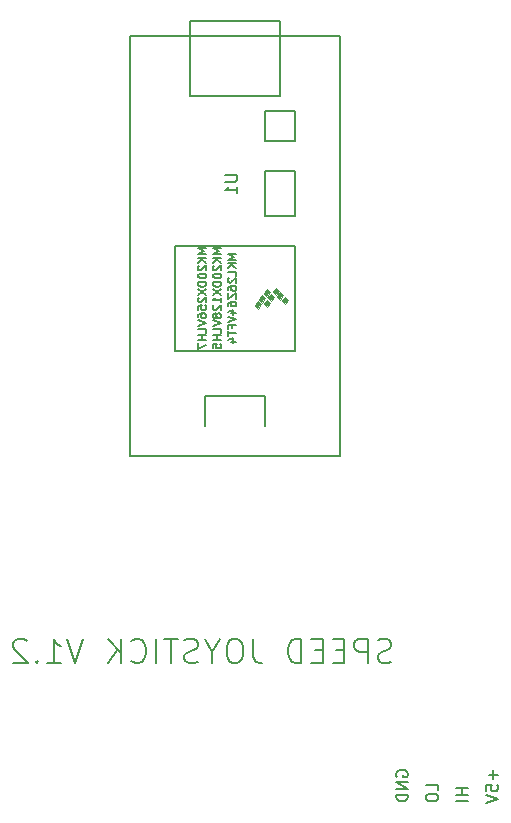
<source format=gbr>
G04 #@! TF.GenerationSoftware,KiCad,Pcbnew,7.0.2-0*
G04 #@! TF.CreationDate,2023-06-19T12:30:15-04:00*
G04 #@! TF.ProjectId,speed_joystick,73706565-645f-46a6-9f79-737469636b2e,rev?*
G04 #@! TF.SameCoordinates,Original*
G04 #@! TF.FileFunction,Legend,Bot*
G04 #@! TF.FilePolarity,Positive*
%FSLAX46Y46*%
G04 Gerber Fmt 4.6, Leading zero omitted, Abs format (unit mm)*
G04 Created by KiCad (PCBNEW 7.0.2-0) date 2023-06-19 12:30:15*
%MOMM*%
%LPD*%
G01*
G04 APERTURE LIST*
%ADD10C,0.150000*%
%ADD11C,0.200000*%
%ADD12C,0.100000*%
G04 APERTURE END LIST*
D10*
X-42667380Y-39608095D02*
X-43667380Y-39608095D01*
X-43191190Y-39608095D02*
X-43191190Y-40179523D01*
X-42667380Y-40179523D02*
X-43667380Y-40179523D01*
X-42667380Y-40655714D02*
X-43667380Y-40655714D01*
X-45207380Y-39750951D02*
X-45207380Y-39274761D01*
X-45207380Y-39274761D02*
X-46207380Y-39274761D01*
X-46207380Y-40274761D02*
X-46207380Y-40465237D01*
X-46207380Y-40465237D02*
X-46159761Y-40560475D01*
X-46159761Y-40560475D02*
X-46064523Y-40655713D01*
X-46064523Y-40655713D02*
X-45874047Y-40703332D01*
X-45874047Y-40703332D02*
X-45540714Y-40703332D01*
X-45540714Y-40703332D02*
X-45350238Y-40655713D01*
X-45350238Y-40655713D02*
X-45255000Y-40560475D01*
X-45255000Y-40560475D02*
X-45207380Y-40465237D01*
X-45207380Y-40465237D02*
X-45207380Y-40274761D01*
X-45207380Y-40274761D02*
X-45255000Y-40179523D01*
X-45255000Y-40179523D02*
X-45350238Y-40084285D01*
X-45350238Y-40084285D02*
X-45540714Y-40036666D01*
X-45540714Y-40036666D02*
X-45874047Y-40036666D01*
X-45874047Y-40036666D02*
X-46064523Y-40084285D01*
X-46064523Y-40084285D02*
X-46159761Y-40179523D01*
X-46159761Y-40179523D02*
X-46207380Y-40274761D01*
X-40508333Y-38084285D02*
X-40508333Y-38846190D01*
X-40127380Y-38465237D02*
X-40889285Y-38465237D01*
X-41127380Y-39798570D02*
X-41127380Y-39322380D01*
X-41127380Y-39322380D02*
X-40651190Y-39274761D01*
X-40651190Y-39274761D02*
X-40698809Y-39322380D01*
X-40698809Y-39322380D02*
X-40746428Y-39417618D01*
X-40746428Y-39417618D02*
X-40746428Y-39655713D01*
X-40746428Y-39655713D02*
X-40698809Y-39750951D01*
X-40698809Y-39750951D02*
X-40651190Y-39798570D01*
X-40651190Y-39798570D02*
X-40555952Y-39846189D01*
X-40555952Y-39846189D02*
X-40317857Y-39846189D01*
X-40317857Y-39846189D02*
X-40222619Y-39798570D01*
X-40222619Y-39798570D02*
X-40175000Y-39750951D01*
X-40175000Y-39750951D02*
X-40127380Y-39655713D01*
X-40127380Y-39655713D02*
X-40127380Y-39417618D01*
X-40127380Y-39417618D02*
X-40175000Y-39322380D01*
X-40175000Y-39322380D02*
X-40222619Y-39274761D01*
X-41127380Y-40131904D02*
X-40127380Y-40465237D01*
X-40127380Y-40465237D02*
X-41127380Y-40798570D01*
D11*
X-49148952Y-28870000D02*
X-49434666Y-28965238D01*
X-49434666Y-28965238D02*
X-49910857Y-28965238D01*
X-49910857Y-28965238D02*
X-50101333Y-28870000D01*
X-50101333Y-28870000D02*
X-50196571Y-28774761D01*
X-50196571Y-28774761D02*
X-50291809Y-28584285D01*
X-50291809Y-28584285D02*
X-50291809Y-28393809D01*
X-50291809Y-28393809D02*
X-50196571Y-28203333D01*
X-50196571Y-28203333D02*
X-50101333Y-28108095D01*
X-50101333Y-28108095D02*
X-49910857Y-28012857D01*
X-49910857Y-28012857D02*
X-49529904Y-27917619D01*
X-49529904Y-27917619D02*
X-49339428Y-27822380D01*
X-49339428Y-27822380D02*
X-49244190Y-27727142D01*
X-49244190Y-27727142D02*
X-49148952Y-27536666D01*
X-49148952Y-27536666D02*
X-49148952Y-27346190D01*
X-49148952Y-27346190D02*
X-49244190Y-27155714D01*
X-49244190Y-27155714D02*
X-49339428Y-27060476D01*
X-49339428Y-27060476D02*
X-49529904Y-26965238D01*
X-49529904Y-26965238D02*
X-50006095Y-26965238D01*
X-50006095Y-26965238D02*
X-50291809Y-27060476D01*
X-51148952Y-28965238D02*
X-51148952Y-26965238D01*
X-51148952Y-26965238D02*
X-51910857Y-26965238D01*
X-51910857Y-26965238D02*
X-52101333Y-27060476D01*
X-52101333Y-27060476D02*
X-52196571Y-27155714D01*
X-52196571Y-27155714D02*
X-52291809Y-27346190D01*
X-52291809Y-27346190D02*
X-52291809Y-27631904D01*
X-52291809Y-27631904D02*
X-52196571Y-27822380D01*
X-52196571Y-27822380D02*
X-52101333Y-27917619D01*
X-52101333Y-27917619D02*
X-51910857Y-28012857D01*
X-51910857Y-28012857D02*
X-51148952Y-28012857D01*
X-53148952Y-27917619D02*
X-53815619Y-27917619D01*
X-54101333Y-28965238D02*
X-53148952Y-28965238D01*
X-53148952Y-28965238D02*
X-53148952Y-26965238D01*
X-53148952Y-26965238D02*
X-54101333Y-26965238D01*
X-54958476Y-27917619D02*
X-55625143Y-27917619D01*
X-55910857Y-28965238D02*
X-54958476Y-28965238D01*
X-54958476Y-28965238D02*
X-54958476Y-26965238D01*
X-54958476Y-26965238D02*
X-55910857Y-26965238D01*
X-56768000Y-28965238D02*
X-56768000Y-26965238D01*
X-56768000Y-26965238D02*
X-57244190Y-26965238D01*
X-57244190Y-26965238D02*
X-57529905Y-27060476D01*
X-57529905Y-27060476D02*
X-57720381Y-27250952D01*
X-57720381Y-27250952D02*
X-57815619Y-27441428D01*
X-57815619Y-27441428D02*
X-57910857Y-27822380D01*
X-57910857Y-27822380D02*
X-57910857Y-28108095D01*
X-57910857Y-28108095D02*
X-57815619Y-28489047D01*
X-57815619Y-28489047D02*
X-57720381Y-28679523D01*
X-57720381Y-28679523D02*
X-57529905Y-28870000D01*
X-57529905Y-28870000D02*
X-57244190Y-28965238D01*
X-57244190Y-28965238D02*
X-56768000Y-28965238D01*
X-60863239Y-26965238D02*
X-60863239Y-28393809D01*
X-60863239Y-28393809D02*
X-60768000Y-28679523D01*
X-60768000Y-28679523D02*
X-60577524Y-28870000D01*
X-60577524Y-28870000D02*
X-60291810Y-28965238D01*
X-60291810Y-28965238D02*
X-60101334Y-28965238D01*
X-62196572Y-26965238D02*
X-62577525Y-26965238D01*
X-62577525Y-26965238D02*
X-62768001Y-27060476D01*
X-62768001Y-27060476D02*
X-62958477Y-27250952D01*
X-62958477Y-27250952D02*
X-63053715Y-27631904D01*
X-63053715Y-27631904D02*
X-63053715Y-28298571D01*
X-63053715Y-28298571D02*
X-62958477Y-28679523D01*
X-62958477Y-28679523D02*
X-62768001Y-28870000D01*
X-62768001Y-28870000D02*
X-62577525Y-28965238D01*
X-62577525Y-28965238D02*
X-62196572Y-28965238D01*
X-62196572Y-28965238D02*
X-62006096Y-28870000D01*
X-62006096Y-28870000D02*
X-61815620Y-28679523D01*
X-61815620Y-28679523D02*
X-61720382Y-28298571D01*
X-61720382Y-28298571D02*
X-61720382Y-27631904D01*
X-61720382Y-27631904D02*
X-61815620Y-27250952D01*
X-61815620Y-27250952D02*
X-62006096Y-27060476D01*
X-62006096Y-27060476D02*
X-62196572Y-26965238D01*
X-64291810Y-28012857D02*
X-64291810Y-28965238D01*
X-63625144Y-26965238D02*
X-64291810Y-28012857D01*
X-64291810Y-28012857D02*
X-64958477Y-26965238D01*
X-65529906Y-28870000D02*
X-65815620Y-28965238D01*
X-65815620Y-28965238D02*
X-66291811Y-28965238D01*
X-66291811Y-28965238D02*
X-66482287Y-28870000D01*
X-66482287Y-28870000D02*
X-66577525Y-28774761D01*
X-66577525Y-28774761D02*
X-66672763Y-28584285D01*
X-66672763Y-28584285D02*
X-66672763Y-28393809D01*
X-66672763Y-28393809D02*
X-66577525Y-28203333D01*
X-66577525Y-28203333D02*
X-66482287Y-28108095D01*
X-66482287Y-28108095D02*
X-66291811Y-28012857D01*
X-66291811Y-28012857D02*
X-65910858Y-27917619D01*
X-65910858Y-27917619D02*
X-65720382Y-27822380D01*
X-65720382Y-27822380D02*
X-65625144Y-27727142D01*
X-65625144Y-27727142D02*
X-65529906Y-27536666D01*
X-65529906Y-27536666D02*
X-65529906Y-27346190D01*
X-65529906Y-27346190D02*
X-65625144Y-27155714D01*
X-65625144Y-27155714D02*
X-65720382Y-27060476D01*
X-65720382Y-27060476D02*
X-65910858Y-26965238D01*
X-65910858Y-26965238D02*
X-66387049Y-26965238D01*
X-66387049Y-26965238D02*
X-66672763Y-27060476D01*
X-67244192Y-26965238D02*
X-68387049Y-26965238D01*
X-67815620Y-28965238D02*
X-67815620Y-26965238D01*
X-69053716Y-28965238D02*
X-69053716Y-26965238D01*
X-71148954Y-28774761D02*
X-71053716Y-28870000D01*
X-71053716Y-28870000D02*
X-70768002Y-28965238D01*
X-70768002Y-28965238D02*
X-70577526Y-28965238D01*
X-70577526Y-28965238D02*
X-70291811Y-28870000D01*
X-70291811Y-28870000D02*
X-70101335Y-28679523D01*
X-70101335Y-28679523D02*
X-70006097Y-28489047D01*
X-70006097Y-28489047D02*
X-69910859Y-28108095D01*
X-69910859Y-28108095D02*
X-69910859Y-27822380D01*
X-69910859Y-27822380D02*
X-70006097Y-27441428D01*
X-70006097Y-27441428D02*
X-70101335Y-27250952D01*
X-70101335Y-27250952D02*
X-70291811Y-27060476D01*
X-70291811Y-27060476D02*
X-70577526Y-26965238D01*
X-70577526Y-26965238D02*
X-70768002Y-26965238D01*
X-70768002Y-26965238D02*
X-71053716Y-27060476D01*
X-71053716Y-27060476D02*
X-71148954Y-27155714D01*
X-72006097Y-28965238D02*
X-72006097Y-26965238D01*
X-73148954Y-28965238D02*
X-72291811Y-27822380D01*
X-73148954Y-26965238D02*
X-72006097Y-28108095D01*
X-75244193Y-26965238D02*
X-75910859Y-28965238D01*
X-75910859Y-28965238D02*
X-76577526Y-26965238D01*
X-78291812Y-28965238D02*
X-77148955Y-28965238D01*
X-77720383Y-28965238D02*
X-77720383Y-26965238D01*
X-77720383Y-26965238D02*
X-77529907Y-27250952D01*
X-77529907Y-27250952D02*
X-77339431Y-27441428D01*
X-77339431Y-27441428D02*
X-77148955Y-27536666D01*
X-79148955Y-28774761D02*
X-79244193Y-28870000D01*
X-79244193Y-28870000D02*
X-79148955Y-28965238D01*
X-79148955Y-28965238D02*
X-79053717Y-28870000D01*
X-79053717Y-28870000D02*
X-79148955Y-28774761D01*
X-79148955Y-28774761D02*
X-79148955Y-28965238D01*
X-80006098Y-27155714D02*
X-80101336Y-27060476D01*
X-80101336Y-27060476D02*
X-80291812Y-26965238D01*
X-80291812Y-26965238D02*
X-80768003Y-26965238D01*
X-80768003Y-26965238D02*
X-80958479Y-27060476D01*
X-80958479Y-27060476D02*
X-81053717Y-27155714D01*
X-81053717Y-27155714D02*
X-81148955Y-27346190D01*
X-81148955Y-27346190D02*
X-81148955Y-27536666D01*
X-81148955Y-27536666D02*
X-81053717Y-27822380D01*
X-81053717Y-27822380D02*
X-79910860Y-28965238D01*
X-79910860Y-28965238D02*
X-81148955Y-28965238D01*
D10*
X-48699761Y-38608094D02*
X-48747380Y-38512856D01*
X-48747380Y-38512856D02*
X-48747380Y-38369999D01*
X-48747380Y-38369999D02*
X-48699761Y-38227142D01*
X-48699761Y-38227142D02*
X-48604523Y-38131904D01*
X-48604523Y-38131904D02*
X-48509285Y-38084285D01*
X-48509285Y-38084285D02*
X-48318809Y-38036666D01*
X-48318809Y-38036666D02*
X-48175952Y-38036666D01*
X-48175952Y-38036666D02*
X-47985476Y-38084285D01*
X-47985476Y-38084285D02*
X-47890238Y-38131904D01*
X-47890238Y-38131904D02*
X-47795000Y-38227142D01*
X-47795000Y-38227142D02*
X-47747380Y-38369999D01*
X-47747380Y-38369999D02*
X-47747380Y-38465237D01*
X-47747380Y-38465237D02*
X-47795000Y-38608094D01*
X-47795000Y-38608094D02*
X-47842619Y-38655713D01*
X-47842619Y-38655713D02*
X-48175952Y-38655713D01*
X-48175952Y-38655713D02*
X-48175952Y-38465237D01*
X-47747380Y-39084285D02*
X-48747380Y-39084285D01*
X-48747380Y-39084285D02*
X-47747380Y-39655713D01*
X-47747380Y-39655713D02*
X-48747380Y-39655713D01*
X-47747380Y-40131904D02*
X-48747380Y-40131904D01*
X-48747380Y-40131904D02*
X-48747380Y-40369999D01*
X-48747380Y-40369999D02*
X-48699761Y-40512856D01*
X-48699761Y-40512856D02*
X-48604523Y-40608094D01*
X-48604523Y-40608094D02*
X-48509285Y-40655713D01*
X-48509285Y-40655713D02*
X-48318809Y-40703332D01*
X-48318809Y-40703332D02*
X-48175952Y-40703332D01*
X-48175952Y-40703332D02*
X-47985476Y-40655713D01*
X-47985476Y-40655713D02*
X-47890238Y-40608094D01*
X-47890238Y-40608094D02*
X-47795000Y-40512856D01*
X-47795000Y-40512856D02*
X-47747380Y-40369999D01*
X-47747380Y-40369999D02*
X-47747380Y-40131904D01*
X-63192180Y12344304D02*
X-62382657Y12344304D01*
X-62382657Y12344304D02*
X-62287419Y12296685D01*
X-62287419Y12296685D02*
X-62239800Y12249066D01*
X-62239800Y12249066D02*
X-62192180Y12153828D01*
X-62192180Y12153828D02*
X-62192180Y11963352D01*
X-62192180Y11963352D02*
X-62239800Y11868114D01*
X-62239800Y11868114D02*
X-62287419Y11820495D01*
X-62287419Y11820495D02*
X-62382657Y11772876D01*
X-62382657Y11772876D02*
X-63192180Y11772876D01*
X-62192180Y10772876D02*
X-62192180Y11344304D01*
X-62192180Y11058590D02*
X-63192180Y11058590D01*
X-63192180Y11058590D02*
X-63049323Y11153828D01*
X-63049323Y11153828D02*
X-62954085Y11249066D01*
X-62954085Y11249066D02*
X-62906466Y11344304D01*
X-62280166Y5638334D02*
X-62980166Y5638334D01*
X-62980166Y5638334D02*
X-62480166Y5405001D01*
X-62480166Y5405001D02*
X-62980166Y5171667D01*
X-62980166Y5171667D02*
X-62280166Y5171667D01*
X-62280166Y4838334D02*
X-62980166Y4838334D01*
X-62280166Y4438334D02*
X-62680166Y4738334D01*
X-62980166Y4438334D02*
X-62580166Y4838334D01*
X-62280166Y3805001D02*
X-62280166Y4138334D01*
X-62280166Y4138334D02*
X-62980166Y4138334D01*
X-62913500Y3605000D02*
X-62946833Y3571667D01*
X-62946833Y3571667D02*
X-62980166Y3505000D01*
X-62980166Y3505000D02*
X-62980166Y3338334D01*
X-62980166Y3338334D02*
X-62946833Y3271667D01*
X-62946833Y3271667D02*
X-62913500Y3238334D01*
X-62913500Y3238334D02*
X-62846833Y3205000D01*
X-62846833Y3205000D02*
X-62780166Y3205000D01*
X-62780166Y3205000D02*
X-62680166Y3238334D01*
X-62680166Y3238334D02*
X-62280166Y3638334D01*
X-62280166Y3638334D02*
X-62280166Y3205000D01*
X-62980166Y2605000D02*
X-62980166Y2738333D01*
X-62980166Y2738333D02*
X-62946833Y2805000D01*
X-62946833Y2805000D02*
X-62913500Y2838333D01*
X-62913500Y2838333D02*
X-62813500Y2905000D01*
X-62813500Y2905000D02*
X-62680166Y2938333D01*
X-62680166Y2938333D02*
X-62413500Y2938333D01*
X-62413500Y2938333D02*
X-62346833Y2905000D01*
X-62346833Y2905000D02*
X-62313500Y2871667D01*
X-62313500Y2871667D02*
X-62280166Y2805000D01*
X-62280166Y2805000D02*
X-62280166Y2671667D01*
X-62280166Y2671667D02*
X-62313500Y2605000D01*
X-62313500Y2605000D02*
X-62346833Y2571667D01*
X-62346833Y2571667D02*
X-62413500Y2538333D01*
X-62413500Y2538333D02*
X-62580166Y2538333D01*
X-62580166Y2538333D02*
X-62646833Y2571667D01*
X-62646833Y2571667D02*
X-62680166Y2605000D01*
X-62680166Y2605000D02*
X-62713500Y2671667D01*
X-62713500Y2671667D02*
X-62713500Y2805000D01*
X-62713500Y2805000D02*
X-62680166Y2871667D01*
X-62680166Y2871667D02*
X-62646833Y2905000D01*
X-62646833Y2905000D02*
X-62580166Y2938333D01*
X-62980166Y2305000D02*
X-62980166Y1838333D01*
X-62980166Y1838333D02*
X-62280166Y2305000D01*
X-62280166Y2305000D02*
X-62280166Y1838333D01*
X-62980166Y1271666D02*
X-62980166Y1404999D01*
X-62980166Y1404999D02*
X-62946833Y1471666D01*
X-62946833Y1471666D02*
X-62913500Y1504999D01*
X-62913500Y1504999D02*
X-62813500Y1571666D01*
X-62813500Y1571666D02*
X-62680166Y1604999D01*
X-62680166Y1604999D02*
X-62413500Y1604999D01*
X-62413500Y1604999D02*
X-62346833Y1571666D01*
X-62346833Y1571666D02*
X-62313500Y1538333D01*
X-62313500Y1538333D02*
X-62280166Y1471666D01*
X-62280166Y1471666D02*
X-62280166Y1338333D01*
X-62280166Y1338333D02*
X-62313500Y1271666D01*
X-62313500Y1271666D02*
X-62346833Y1238333D01*
X-62346833Y1238333D02*
X-62413500Y1204999D01*
X-62413500Y1204999D02*
X-62580166Y1204999D01*
X-62580166Y1204999D02*
X-62646833Y1238333D01*
X-62646833Y1238333D02*
X-62680166Y1271666D01*
X-62680166Y1271666D02*
X-62713500Y1338333D01*
X-62713500Y1338333D02*
X-62713500Y1471666D01*
X-62713500Y1471666D02*
X-62680166Y1538333D01*
X-62680166Y1538333D02*
X-62646833Y1571666D01*
X-62646833Y1571666D02*
X-62580166Y1604999D01*
X-62746833Y604999D02*
X-62280166Y604999D01*
X-63013500Y771666D02*
X-62513500Y938332D01*
X-62513500Y938332D02*
X-62513500Y504999D01*
X-62980166Y338332D02*
X-62280166Y104999D01*
X-62280166Y104999D02*
X-62980166Y-128334D01*
X-62646833Y-595001D02*
X-62646833Y-361667D01*
X-62280166Y-361667D02*
X-62980166Y-361667D01*
X-62980166Y-361667D02*
X-62980166Y-695001D01*
X-62980166Y-861667D02*
X-62980166Y-1261667D01*
X-62280166Y-1061667D02*
X-62980166Y-1061667D01*
X-62746833Y-1795000D02*
X-62280166Y-1795000D01*
X-63013500Y-1628334D02*
X-62513500Y-1461667D01*
X-62513500Y-1461667D02*
X-62513500Y-1895000D01*
X-63550166Y6121667D02*
X-64250166Y6121667D01*
X-64250166Y6121667D02*
X-63750166Y5888334D01*
X-63750166Y5888334D02*
X-64250166Y5655000D01*
X-64250166Y5655000D02*
X-63550166Y5655000D01*
X-63550166Y5321667D02*
X-64250166Y5321667D01*
X-63550166Y4921667D02*
X-63950166Y5221667D01*
X-64250166Y4921667D02*
X-63850166Y5321667D01*
X-64183500Y4655000D02*
X-64216833Y4621667D01*
X-64216833Y4621667D02*
X-64250166Y4555000D01*
X-64250166Y4555000D02*
X-64250166Y4388334D01*
X-64250166Y4388334D02*
X-64216833Y4321667D01*
X-64216833Y4321667D02*
X-64183500Y4288334D01*
X-64183500Y4288334D02*
X-64116833Y4255000D01*
X-64116833Y4255000D02*
X-64050166Y4255000D01*
X-64050166Y4255000D02*
X-63950166Y4288334D01*
X-63950166Y4288334D02*
X-63550166Y4688334D01*
X-63550166Y4688334D02*
X-63550166Y4255000D01*
X-64250166Y3821667D02*
X-64250166Y3755000D01*
X-64250166Y3755000D02*
X-64216833Y3688333D01*
X-64216833Y3688333D02*
X-64183500Y3655000D01*
X-64183500Y3655000D02*
X-64116833Y3621667D01*
X-64116833Y3621667D02*
X-63983500Y3588333D01*
X-63983500Y3588333D02*
X-63816833Y3588333D01*
X-63816833Y3588333D02*
X-63683500Y3621667D01*
X-63683500Y3621667D02*
X-63616833Y3655000D01*
X-63616833Y3655000D02*
X-63583500Y3688333D01*
X-63583500Y3688333D02*
X-63550166Y3755000D01*
X-63550166Y3755000D02*
X-63550166Y3821667D01*
X-63550166Y3821667D02*
X-63583500Y3888333D01*
X-63583500Y3888333D02*
X-63616833Y3921667D01*
X-63616833Y3921667D02*
X-63683500Y3955000D01*
X-63683500Y3955000D02*
X-63816833Y3988333D01*
X-63816833Y3988333D02*
X-63983500Y3988333D01*
X-63983500Y3988333D02*
X-64116833Y3955000D01*
X-64116833Y3955000D02*
X-64183500Y3921667D01*
X-64183500Y3921667D02*
X-64216833Y3888333D01*
X-64216833Y3888333D02*
X-64250166Y3821667D01*
X-63550166Y3288333D02*
X-64250166Y3288333D01*
X-64250166Y3288333D02*
X-64250166Y3121666D01*
X-64250166Y3121666D02*
X-64216833Y3021666D01*
X-64216833Y3021666D02*
X-64150166Y2955000D01*
X-64150166Y2955000D02*
X-64083500Y2921666D01*
X-64083500Y2921666D02*
X-63950166Y2888333D01*
X-63950166Y2888333D02*
X-63850166Y2888333D01*
X-63850166Y2888333D02*
X-63716833Y2921666D01*
X-63716833Y2921666D02*
X-63650166Y2955000D01*
X-63650166Y2955000D02*
X-63583500Y3021666D01*
X-63583500Y3021666D02*
X-63550166Y3121666D01*
X-63550166Y3121666D02*
X-63550166Y3288333D01*
X-64250166Y2655000D02*
X-63550166Y2188333D01*
X-64250166Y2188333D02*
X-63550166Y2655000D01*
X-63550166Y1554999D02*
X-63550166Y1954999D01*
X-63550166Y1754999D02*
X-64250166Y1754999D01*
X-64250166Y1754999D02*
X-64150166Y1821666D01*
X-64150166Y1821666D02*
X-64083500Y1888333D01*
X-64083500Y1888333D02*
X-64050166Y1954999D01*
X-64183500Y1288332D02*
X-64216833Y1254999D01*
X-64216833Y1254999D02*
X-64250166Y1188332D01*
X-64250166Y1188332D02*
X-64250166Y1021666D01*
X-64250166Y1021666D02*
X-64216833Y954999D01*
X-64216833Y954999D02*
X-64183500Y921666D01*
X-64183500Y921666D02*
X-64116833Y888332D01*
X-64116833Y888332D02*
X-64050166Y888332D01*
X-64050166Y888332D02*
X-63950166Y921666D01*
X-63950166Y921666D02*
X-63550166Y1321666D01*
X-63550166Y1321666D02*
X-63550166Y888332D01*
X-63950166Y488332D02*
X-63983500Y554999D01*
X-63983500Y554999D02*
X-64016833Y588332D01*
X-64016833Y588332D02*
X-64083500Y621665D01*
X-64083500Y621665D02*
X-64116833Y621665D01*
X-64116833Y621665D02*
X-64183500Y588332D01*
X-64183500Y588332D02*
X-64216833Y554999D01*
X-64216833Y554999D02*
X-64250166Y488332D01*
X-64250166Y488332D02*
X-64250166Y354999D01*
X-64250166Y354999D02*
X-64216833Y288332D01*
X-64216833Y288332D02*
X-64183500Y254999D01*
X-64183500Y254999D02*
X-64116833Y221665D01*
X-64116833Y221665D02*
X-64083500Y221665D01*
X-64083500Y221665D02*
X-64016833Y254999D01*
X-64016833Y254999D02*
X-63983500Y288332D01*
X-63983500Y288332D02*
X-63950166Y354999D01*
X-63950166Y354999D02*
X-63950166Y488332D01*
X-63950166Y488332D02*
X-63916833Y554999D01*
X-63916833Y554999D02*
X-63883500Y588332D01*
X-63883500Y588332D02*
X-63816833Y621665D01*
X-63816833Y621665D02*
X-63683500Y621665D01*
X-63683500Y621665D02*
X-63616833Y588332D01*
X-63616833Y588332D02*
X-63583500Y554999D01*
X-63583500Y554999D02*
X-63550166Y488332D01*
X-63550166Y488332D02*
X-63550166Y354999D01*
X-63550166Y354999D02*
X-63583500Y288332D01*
X-63583500Y288332D02*
X-63616833Y254999D01*
X-63616833Y254999D02*
X-63683500Y221665D01*
X-63683500Y221665D02*
X-63816833Y221665D01*
X-63816833Y221665D02*
X-63883500Y254999D01*
X-63883500Y254999D02*
X-63916833Y288332D01*
X-63916833Y288332D02*
X-63950166Y354999D01*
X-64250166Y21665D02*
X-63550166Y-211668D01*
X-63550166Y-211668D02*
X-64250166Y-445001D01*
X-63550166Y-1011668D02*
X-63550166Y-678334D01*
X-63550166Y-678334D02*
X-64250166Y-678334D01*
X-63550166Y-1245001D02*
X-64250166Y-1245001D01*
X-63916833Y-1245001D02*
X-63916833Y-1645001D01*
X-63550166Y-1645001D02*
X-64250166Y-1645001D01*
X-64250166Y-2311668D02*
X-64250166Y-1978334D01*
X-64250166Y-1978334D02*
X-63916833Y-1945001D01*
X-63916833Y-1945001D02*
X-63950166Y-1978334D01*
X-63950166Y-1978334D02*
X-63983500Y-2045001D01*
X-63983500Y-2045001D02*
X-63983500Y-2211668D01*
X-63983500Y-2211668D02*
X-63950166Y-2278334D01*
X-63950166Y-2278334D02*
X-63916833Y-2311668D01*
X-63916833Y-2311668D02*
X-63850166Y-2345001D01*
X-63850166Y-2345001D02*
X-63683500Y-2345001D01*
X-63683500Y-2345001D02*
X-63616833Y-2311668D01*
X-63616833Y-2311668D02*
X-63583500Y-2278334D01*
X-63583500Y-2278334D02*
X-63550166Y-2211668D01*
X-63550166Y-2211668D02*
X-63550166Y-2045001D01*
X-63550166Y-2045001D02*
X-63583500Y-1978334D01*
X-63583500Y-1978334D02*
X-63616833Y-1945001D01*
X-64820166Y6121667D02*
X-65520166Y6121667D01*
X-65520166Y6121667D02*
X-65020166Y5888334D01*
X-65020166Y5888334D02*
X-65520166Y5655000D01*
X-65520166Y5655000D02*
X-64820166Y5655000D01*
X-64820166Y5321667D02*
X-65520166Y5321667D01*
X-64820166Y4921667D02*
X-65220166Y5221667D01*
X-65520166Y4921667D02*
X-65120166Y5321667D01*
X-65453500Y4655000D02*
X-65486833Y4621667D01*
X-65486833Y4621667D02*
X-65520166Y4555000D01*
X-65520166Y4555000D02*
X-65520166Y4388334D01*
X-65520166Y4388334D02*
X-65486833Y4321667D01*
X-65486833Y4321667D02*
X-65453500Y4288334D01*
X-65453500Y4288334D02*
X-65386833Y4255000D01*
X-65386833Y4255000D02*
X-65320166Y4255000D01*
X-65320166Y4255000D02*
X-65220166Y4288334D01*
X-65220166Y4288334D02*
X-64820166Y4688334D01*
X-64820166Y4688334D02*
X-64820166Y4255000D01*
X-65520166Y3821667D02*
X-65520166Y3755000D01*
X-65520166Y3755000D02*
X-65486833Y3688333D01*
X-65486833Y3688333D02*
X-65453500Y3655000D01*
X-65453500Y3655000D02*
X-65386833Y3621667D01*
X-65386833Y3621667D02*
X-65253500Y3588333D01*
X-65253500Y3588333D02*
X-65086833Y3588333D01*
X-65086833Y3588333D02*
X-64953500Y3621667D01*
X-64953500Y3621667D02*
X-64886833Y3655000D01*
X-64886833Y3655000D02*
X-64853500Y3688333D01*
X-64853500Y3688333D02*
X-64820166Y3755000D01*
X-64820166Y3755000D02*
X-64820166Y3821667D01*
X-64820166Y3821667D02*
X-64853500Y3888333D01*
X-64853500Y3888333D02*
X-64886833Y3921667D01*
X-64886833Y3921667D02*
X-64953500Y3955000D01*
X-64953500Y3955000D02*
X-65086833Y3988333D01*
X-65086833Y3988333D02*
X-65253500Y3988333D01*
X-65253500Y3988333D02*
X-65386833Y3955000D01*
X-65386833Y3955000D02*
X-65453500Y3921667D01*
X-65453500Y3921667D02*
X-65486833Y3888333D01*
X-65486833Y3888333D02*
X-65520166Y3821667D01*
X-64820166Y3288333D02*
X-65520166Y3288333D01*
X-65520166Y3288333D02*
X-65520166Y3121666D01*
X-65520166Y3121666D02*
X-65486833Y3021666D01*
X-65486833Y3021666D02*
X-65420166Y2955000D01*
X-65420166Y2955000D02*
X-65353500Y2921666D01*
X-65353500Y2921666D02*
X-65220166Y2888333D01*
X-65220166Y2888333D02*
X-65120166Y2888333D01*
X-65120166Y2888333D02*
X-64986833Y2921666D01*
X-64986833Y2921666D02*
X-64920166Y2955000D01*
X-64920166Y2955000D02*
X-64853500Y3021666D01*
X-64853500Y3021666D02*
X-64820166Y3121666D01*
X-64820166Y3121666D02*
X-64820166Y3288333D01*
X-65520166Y2655000D02*
X-64820166Y2188333D01*
X-65520166Y2188333D02*
X-64820166Y2655000D01*
X-65453500Y1954999D02*
X-65486833Y1921666D01*
X-65486833Y1921666D02*
X-65520166Y1854999D01*
X-65520166Y1854999D02*
X-65520166Y1688333D01*
X-65520166Y1688333D02*
X-65486833Y1621666D01*
X-65486833Y1621666D02*
X-65453500Y1588333D01*
X-65453500Y1588333D02*
X-65386833Y1554999D01*
X-65386833Y1554999D02*
X-65320166Y1554999D01*
X-65320166Y1554999D02*
X-65220166Y1588333D01*
X-65220166Y1588333D02*
X-64820166Y1988333D01*
X-64820166Y1988333D02*
X-64820166Y1554999D01*
X-65520166Y921666D02*
X-65520166Y1254999D01*
X-65520166Y1254999D02*
X-65186833Y1288332D01*
X-65186833Y1288332D02*
X-65220166Y1254999D01*
X-65220166Y1254999D02*
X-65253500Y1188332D01*
X-65253500Y1188332D02*
X-65253500Y1021666D01*
X-65253500Y1021666D02*
X-65220166Y954999D01*
X-65220166Y954999D02*
X-65186833Y921666D01*
X-65186833Y921666D02*
X-65120166Y888332D01*
X-65120166Y888332D02*
X-64953500Y888332D01*
X-64953500Y888332D02*
X-64886833Y921666D01*
X-64886833Y921666D02*
X-64853500Y954999D01*
X-64853500Y954999D02*
X-64820166Y1021666D01*
X-64820166Y1021666D02*
X-64820166Y1188332D01*
X-64820166Y1188332D02*
X-64853500Y1254999D01*
X-64853500Y1254999D02*
X-64886833Y1288332D01*
X-65520166Y288332D02*
X-65520166Y421665D01*
X-65520166Y421665D02*
X-65486833Y488332D01*
X-65486833Y488332D02*
X-65453500Y521665D01*
X-65453500Y521665D02*
X-65353500Y588332D01*
X-65353500Y588332D02*
X-65220166Y621665D01*
X-65220166Y621665D02*
X-64953500Y621665D01*
X-64953500Y621665D02*
X-64886833Y588332D01*
X-64886833Y588332D02*
X-64853500Y554999D01*
X-64853500Y554999D02*
X-64820166Y488332D01*
X-64820166Y488332D02*
X-64820166Y354999D01*
X-64820166Y354999D02*
X-64853500Y288332D01*
X-64853500Y288332D02*
X-64886833Y254999D01*
X-64886833Y254999D02*
X-64953500Y221665D01*
X-64953500Y221665D02*
X-65120166Y221665D01*
X-65120166Y221665D02*
X-65186833Y254999D01*
X-65186833Y254999D02*
X-65220166Y288332D01*
X-65220166Y288332D02*
X-65253500Y354999D01*
X-65253500Y354999D02*
X-65253500Y488332D01*
X-65253500Y488332D02*
X-65220166Y554999D01*
X-65220166Y554999D02*
X-65186833Y588332D01*
X-65186833Y588332D02*
X-65120166Y621665D01*
X-65520166Y21665D02*
X-64820166Y-211668D01*
X-64820166Y-211668D02*
X-65520166Y-445001D01*
X-64820166Y-1011668D02*
X-64820166Y-678334D01*
X-64820166Y-678334D02*
X-65520166Y-678334D01*
X-64820166Y-1245001D02*
X-65520166Y-1245001D01*
X-65186833Y-1245001D02*
X-65186833Y-1645001D01*
X-64820166Y-1645001D02*
X-65520166Y-1645001D01*
X-65520166Y-1911668D02*
X-65520166Y-2378334D01*
X-65520166Y-2378334D02*
X-64820166Y-2078334D01*
X-58540000Y25400000D02*
X-66160000Y25400000D01*
X-66160000Y25400000D02*
X-66160000Y24130000D01*
X-53460000Y24130000D02*
X-71240000Y24130000D01*
X-58540000Y24130000D02*
X-58540000Y25400000D01*
X-71240000Y24130000D02*
X-71240000Y-11430000D01*
X-58540000Y19050000D02*
X-58540000Y24130000D01*
X-58540000Y19050000D02*
X-66160000Y19050000D01*
X-66160000Y19050000D02*
X-66160000Y24130000D01*
X-57270000Y17780000D02*
X-57270000Y15240000D01*
X-59810000Y17780000D02*
X-57270000Y17780000D01*
X-57270000Y15240000D02*
X-59810000Y15240000D01*
X-59810000Y15240000D02*
X-59810000Y17780000D01*
X-57270000Y12700000D02*
X-57270000Y8890000D01*
X-59810000Y12700000D02*
X-57270000Y12700000D01*
X-57270000Y8890000D02*
X-59810000Y8890000D01*
X-59810000Y8890000D02*
X-59810000Y12700000D01*
X-67430000Y6350000D02*
X-57270000Y6350000D01*
X-57270000Y-2540000D02*
X-57270000Y6350000D01*
X-57270000Y-2540000D02*
X-67430000Y-2540000D01*
X-67430000Y-2540000D02*
X-67430000Y6350000D01*
X-59810000Y-6350000D02*
X-64890000Y-6350000D01*
X-64890000Y-6350000D02*
X-64890000Y-8890000D01*
X-59810000Y-8890000D02*
X-59810000Y-6350000D01*
X-53460000Y-11430000D02*
X-53460000Y24130000D01*
X-71240000Y-11430000D02*
X-53460000Y-11430000D01*
D12*
X-58667000Y2540000D02*
X-58921000Y2159000D01*
X-59175000Y2413000D01*
X-58921000Y2794000D01*
X-58667000Y2540000D01*
G36*
X-58667000Y2540000D02*
G01*
X-58921000Y2159000D01*
X-59175000Y2413000D01*
X-58921000Y2794000D01*
X-58667000Y2540000D01*
G37*
X-59429000Y2413000D02*
X-59683000Y2032000D01*
X-59937000Y2286000D01*
X-59683000Y2667000D01*
X-59429000Y2413000D01*
G36*
X-59429000Y2413000D02*
G01*
X-59683000Y2032000D01*
X-59937000Y2286000D01*
X-59683000Y2667000D01*
X-59429000Y2413000D01*
G37*
X-58286000Y2159000D02*
X-58540000Y1778000D01*
X-58794000Y2032000D01*
X-58540000Y2413000D01*
X-58286000Y2159000D01*
G36*
X-58286000Y2159000D02*
G01*
X-58540000Y1778000D01*
X-58794000Y2032000D01*
X-58540000Y2413000D01*
X-58286000Y2159000D01*
G37*
X-59048000Y2032000D02*
X-59302000Y1651000D01*
X-59556000Y1905000D01*
X-59302000Y2286000D01*
X-59048000Y2032000D01*
G36*
X-59048000Y2032000D02*
G01*
X-59302000Y1651000D01*
X-59556000Y1905000D01*
X-59302000Y2286000D01*
X-59048000Y2032000D01*
G37*
X-59810000Y1905000D02*
X-60064000Y1524000D01*
X-60318000Y1778000D01*
X-60064000Y2159000D01*
X-59810000Y1905000D01*
G36*
X-59810000Y1905000D02*
G01*
X-60064000Y1524000D01*
X-60318000Y1778000D01*
X-60064000Y2159000D01*
X-59810000Y1905000D01*
G37*
X-57905000Y1778000D02*
X-58159000Y1397000D01*
X-58413000Y1651000D01*
X-58159000Y2032000D01*
X-57905000Y1778000D01*
G36*
X-57905000Y1778000D02*
G01*
X-58159000Y1397000D01*
X-58413000Y1651000D01*
X-58159000Y2032000D01*
X-57905000Y1778000D01*
G37*
X-59429000Y1524000D02*
X-59683000Y1143000D01*
X-59937000Y1397000D01*
X-59683000Y1778000D01*
X-59429000Y1524000D01*
G36*
X-59429000Y1524000D02*
G01*
X-59683000Y1143000D01*
X-59937000Y1397000D01*
X-59683000Y1778000D01*
X-59429000Y1524000D01*
G37*
X-60191000Y1397000D02*
X-60445000Y1016000D01*
X-60699000Y1270000D01*
X-60445000Y1651000D01*
X-60191000Y1397000D01*
G36*
X-60191000Y1397000D02*
G01*
X-60445000Y1016000D01*
X-60699000Y1270000D01*
X-60445000Y1651000D01*
X-60191000Y1397000D01*
G37*
M02*

</source>
